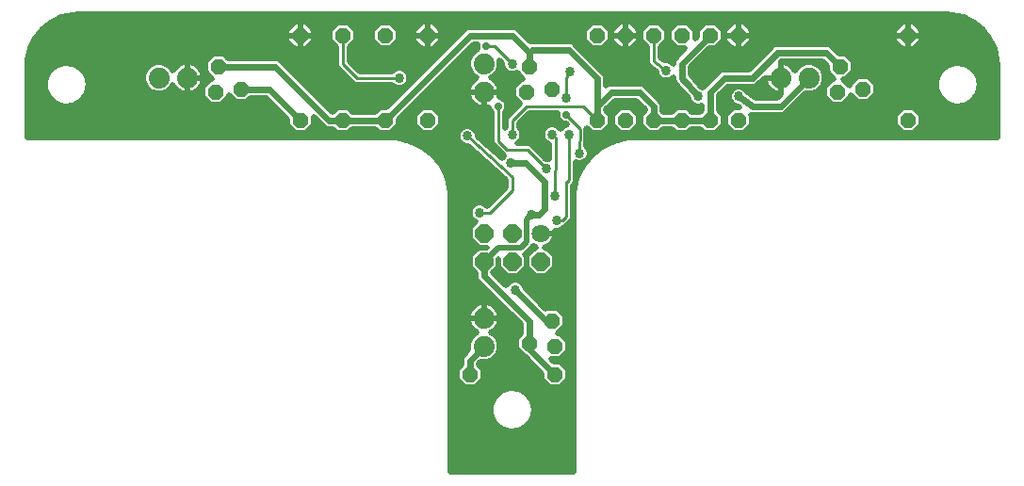
<source format=gbl>
G75*
%MOIN*%
%OFA0B0*%
%FSLAX25Y25*%
%IPPOS*%
%LPD*%
%AMOC8*
5,1,8,0,0,1.08239X$1,22.5*
%
%ADD10OC8,0.05600*%
%ADD11C,0.06400*%
%ADD12OC8,0.06400*%
%ADD13C,0.07400*%
%ADD14C,0.02400*%
%ADD15C,0.01000*%
%ADD16C,0.03378*%
%ADD17C,0.02000*%
%ADD18C,0.02787*%
D10*
X0167000Y0047000D03*
X0188000Y0058000D03*
X0197000Y0057000D03*
X0196000Y0066000D03*
X0197000Y0047000D03*
X0212000Y0137000D03*
X0222000Y0137000D03*
X0232000Y0137000D03*
X0242000Y0137000D03*
X0252000Y0137000D03*
X0262000Y0137000D03*
X0297000Y0147000D03*
X0306000Y0148000D03*
X0298000Y0156000D03*
X0322000Y0167000D03*
X0322000Y0137000D03*
X0262000Y0167000D03*
X0252000Y0167000D03*
X0242000Y0167000D03*
X0232000Y0167000D03*
X0222000Y0167000D03*
X0212000Y0167000D03*
X0188000Y0156000D03*
X0196000Y0148000D03*
X0187000Y0147000D03*
X0152000Y0137000D03*
X0137000Y0137000D03*
X0122000Y0137000D03*
X0107000Y0137000D03*
X0086000Y0148000D03*
X0077000Y0147000D03*
X0078000Y0156000D03*
X0107000Y0167000D03*
X0122000Y0167000D03*
X0137000Y0167000D03*
X0152000Y0167000D03*
D11*
X0192000Y0097000D03*
D12*
X0182000Y0097000D03*
X0172000Y0097000D03*
X0172000Y0087000D03*
X0182000Y0087000D03*
X0192000Y0087000D03*
D13*
X0172000Y0067000D03*
X0172000Y0057000D03*
X0172000Y0147000D03*
X0172000Y0157000D03*
X0067000Y0152000D03*
X0057000Y0152000D03*
X0277000Y0152000D03*
X0287000Y0152000D03*
D14*
X0277000Y0142000D01*
X0267000Y0142000D01*
X0262200Y0145400D01*
X0257000Y0152000D02*
X0252000Y0147000D01*
X0252000Y0137000D01*
X0242000Y0137000D01*
X0232000Y0137000D01*
X0232000Y0142000D01*
X0227000Y0147000D01*
X0217000Y0147000D01*
X0212000Y0142000D01*
X0212000Y0137000D01*
X0212000Y0152000D01*
X0202000Y0162000D01*
X0189000Y0162000D01*
X0188000Y0161000D01*
X0188000Y0156000D01*
X0188000Y0161000D02*
X0182000Y0167000D01*
X0167000Y0167000D01*
X0137000Y0137000D01*
X0122000Y0137000D01*
X0117000Y0137000D01*
X0098000Y0156000D01*
X0078000Y0156000D01*
X0086000Y0148000D02*
X0096000Y0148000D01*
X0107000Y0137000D01*
X0181552Y0122021D02*
X0186709Y0122021D01*
X0193419Y0115311D01*
X0193419Y0105616D01*
X0191303Y0103500D01*
X0188700Y0103500D01*
X0172000Y0087000D02*
X0172000Y0082000D01*
X0188000Y0066000D01*
X0188000Y0058000D01*
X0188000Y0056000D01*
X0197000Y0047000D01*
X0172000Y0057000D02*
X0167000Y0052000D01*
X0167000Y0047000D01*
X0194000Y0066000D02*
X0196000Y0066000D01*
X0194000Y0066000D02*
X0183000Y0077000D01*
X0247800Y0145400D02*
X0242000Y0152000D01*
X0242000Y0157000D01*
X0252000Y0167000D01*
X0267000Y0152000D02*
X0275900Y0160900D01*
X0293100Y0160900D01*
X0298000Y0156000D01*
X0267000Y0152000D02*
X0257000Y0152000D01*
D15*
X0236500Y0154611D02*
X0232000Y0158011D01*
X0232000Y0167000D01*
X0202500Y0154200D02*
X0201047Y0151947D01*
X0201047Y0145015D01*
X0207000Y0142000D02*
X0187000Y0142000D01*
X0182000Y0137000D01*
X0182000Y0132000D01*
X0177000Y0129700D02*
X0180000Y0126700D01*
X0187311Y0126700D01*
X0194119Y0119892D01*
X0192000Y0122011D01*
X0197108Y0119220D02*
X0197400Y0119512D01*
X0197400Y0130778D01*
X0196178Y0132000D01*
X0202000Y0132000D02*
X0202000Y0115966D01*
X0201855Y0115567D01*
X0201120Y0114833D01*
X0201120Y0102786D01*
X0199850Y0101515D01*
X0197797Y0101515D01*
X0197108Y0110100D02*
X0197108Y0119220D01*
X0201120Y0115086D02*
X0202000Y0115966D01*
X0205833Y0125362D02*
X0205933Y0133867D01*
X0201100Y0139000D01*
X0207000Y0142000D02*
X0212000Y0137000D01*
X0177000Y0142000D02*
X0177000Y0129700D01*
X0166100Y0131400D02*
X0182000Y0117000D01*
X0182000Y0112244D01*
X0174056Y0104300D01*
X0170400Y0104300D01*
X0142000Y0152000D02*
X0127000Y0152000D01*
X0122000Y0157000D01*
X0122000Y0167000D01*
X0172800Y0163300D02*
X0175700Y0163300D01*
X0182000Y0157000D01*
D16*
X0182000Y0157000D03*
X0202500Y0154200D03*
X0201047Y0145015D03*
X0202000Y0132000D03*
X0196178Y0132000D03*
X0205833Y0125362D03*
X0194119Y0119892D03*
X0181552Y0122021D03*
X0166100Y0131400D03*
X0182000Y0132000D03*
X0142000Y0152000D03*
X0197108Y0110100D03*
X0188700Y0103500D03*
X0197797Y0101515D03*
X0170400Y0104300D03*
X0183000Y0077000D03*
X0247800Y0145400D03*
X0262200Y0145400D03*
X0236500Y0154611D03*
D17*
X0203820Y0012660D02*
X0160180Y0012660D01*
X0160180Y0111704D01*
X0159102Y0116425D01*
X0157002Y0120788D01*
X0153983Y0124573D01*
X0153983Y0124573D01*
X0153983Y0124573D01*
X0150197Y0127592D01*
X0145835Y0129693D01*
X0145835Y0129693D01*
X0141114Y0130770D01*
X0010371Y0130770D01*
X0010371Y0156528D01*
X0010484Y0158530D01*
X0011375Y0162434D01*
X0013112Y0166042D01*
X0015609Y0169173D01*
X0018740Y0171670D01*
X0022348Y0173407D01*
X0026252Y0174298D01*
X0028254Y0174411D01*
X0335746Y0174411D01*
X0337748Y0174298D01*
X0341652Y0173407D01*
X0345260Y0171670D01*
X0348391Y0169173D01*
X0350888Y0166042D01*
X0352625Y0162434D01*
X0353516Y0158530D01*
X0353629Y0156528D01*
X0353629Y0130770D01*
X0222886Y0130770D01*
X0218165Y0129693D01*
X0213803Y0127592D01*
X0210017Y0124573D01*
X0206998Y0120788D01*
X0206998Y0120788D01*
X0204898Y0116425D01*
X0203820Y0111704D01*
X0203820Y0012660D01*
X0203820Y0012899D02*
X0160180Y0012899D01*
X0160180Y0014897D02*
X0203820Y0014897D01*
X0203820Y0016896D02*
X0160180Y0016896D01*
X0160180Y0018894D02*
X0203820Y0018894D01*
X0203820Y0020893D02*
X0160180Y0020893D01*
X0160180Y0022891D02*
X0203820Y0022891D01*
X0203820Y0024890D02*
X0160180Y0024890D01*
X0160180Y0026888D02*
X0180969Y0026888D01*
X0181194Y0026815D02*
X0181194Y0026815D01*
X0178146Y0027805D01*
X0178146Y0027805D01*
X0175765Y0029950D01*
X0175765Y0029950D01*
X0174461Y0032878D01*
X0174461Y0036083D01*
X0175765Y0039011D01*
X0178146Y0041155D01*
X0178146Y0041155D01*
X0178146Y0041155D01*
X0181194Y0042146D01*
X0181194Y0042146D01*
X0184382Y0041811D01*
X0184382Y0041811D01*
X0187157Y0040208D01*
X0187157Y0040208D01*
X0189041Y0037615D01*
X0189041Y0037615D01*
X0189707Y0034480D01*
X0189041Y0031345D01*
X0187157Y0028753D01*
X0187157Y0028753D01*
X0187157Y0028753D01*
X0184382Y0027150D01*
X0184382Y0027150D01*
X0181194Y0026815D01*
X0181892Y0026888D02*
X0203820Y0026888D01*
X0203820Y0028887D02*
X0187255Y0028887D01*
X0188707Y0030885D02*
X0203820Y0030885D01*
X0203820Y0032884D02*
X0189368Y0032884D01*
X0189041Y0031345D02*
X0189041Y0031345D01*
X0189622Y0034882D02*
X0203820Y0034882D01*
X0203820Y0036881D02*
X0189197Y0036881D01*
X0188123Y0038879D02*
X0203820Y0038879D01*
X0203820Y0040878D02*
X0185997Y0040878D01*
X0192400Y0045095D02*
X0195095Y0042400D01*
X0198905Y0042400D01*
X0201600Y0045095D01*
X0201600Y0048905D01*
X0198905Y0051600D01*
X0196643Y0051600D01*
X0195843Y0052400D01*
X0198905Y0052400D01*
X0201600Y0055095D01*
X0201600Y0058905D01*
X0198905Y0061600D01*
X0198105Y0061600D01*
X0200600Y0064095D01*
X0200600Y0067905D01*
X0197905Y0070600D01*
X0194095Y0070600D01*
X0193869Y0070374D01*
X0186447Y0077796D01*
X0185958Y0078976D01*
X0184976Y0079958D01*
X0183694Y0080489D01*
X0182306Y0080489D01*
X0181024Y0079958D01*
X0180042Y0078976D01*
X0179815Y0078428D01*
X0175157Y0083086D01*
X0177000Y0084929D01*
X0179929Y0082000D01*
X0184071Y0082000D01*
X0187000Y0084929D01*
X0189929Y0082000D01*
X0194071Y0082000D01*
X0197000Y0084929D01*
X0197000Y0089071D01*
X0194071Y0092000D01*
X0193439Y0092000D01*
X0193996Y0092181D01*
X0194725Y0092553D01*
X0195388Y0093034D01*
X0195966Y0093612D01*
X0196447Y0094275D01*
X0196819Y0095004D01*
X0197072Y0095782D01*
X0197200Y0096591D01*
X0197200Y0097000D01*
X0197200Y0097409D01*
X0197102Y0098027D01*
X0197103Y0098026D01*
X0198491Y0098026D01*
X0199773Y0098557D01*
X0200431Y0099215D01*
X0200802Y0099215D01*
X0202073Y0100486D01*
X0203420Y0101833D01*
X0203420Y0113759D01*
X0203690Y0113886D01*
X0203842Y0114302D01*
X0204155Y0114615D01*
X0204155Y0114868D01*
X0204300Y0115013D01*
X0204300Y0115560D01*
X0204487Y0116074D01*
X0204300Y0116476D01*
X0204300Y0122220D01*
X0205139Y0121873D01*
X0206527Y0121873D01*
X0207809Y0122404D01*
X0208791Y0123386D01*
X0209322Y0124668D01*
X0209322Y0126056D01*
X0208791Y0127338D01*
X0208164Y0127965D01*
X0208232Y0133819D01*
X0208245Y0134249D01*
X0210095Y0132400D01*
X0213905Y0132400D01*
X0216600Y0135095D01*
X0216600Y0138905D01*
X0215000Y0140505D01*
X0215000Y0140757D01*
X0218243Y0144000D01*
X0225757Y0144000D01*
X0229000Y0140757D01*
X0229000Y0140505D01*
X0227400Y0138905D01*
X0227400Y0135095D01*
X0230095Y0132400D01*
X0233905Y0132400D01*
X0235505Y0134000D01*
X0238495Y0134000D01*
X0240095Y0132400D01*
X0243905Y0132400D01*
X0245505Y0134000D01*
X0248495Y0134000D01*
X0250095Y0132400D01*
X0253905Y0132400D01*
X0256600Y0135095D01*
X0256600Y0138905D01*
X0255000Y0140505D01*
X0255000Y0145757D01*
X0258243Y0149000D01*
X0267597Y0149000D01*
X0268699Y0149457D01*
X0269543Y0150301D01*
X0271300Y0152057D01*
X0271300Y0152000D01*
X0277000Y0152000D01*
X0277000Y0152000D01*
X0277000Y0157700D01*
X0277449Y0157700D01*
X0278335Y0157560D01*
X0279188Y0157282D01*
X0279987Y0156875D01*
X0280713Y0156348D01*
X0281348Y0155713D01*
X0281875Y0154987D01*
X0282101Y0154544D01*
X0282337Y0155115D01*
X0283884Y0156663D01*
X0285906Y0157500D01*
X0288094Y0157500D01*
X0290115Y0156663D01*
X0291663Y0155115D01*
X0292500Y0153094D01*
X0292500Y0150906D01*
X0291663Y0148884D01*
X0290115Y0147337D01*
X0288094Y0146500D01*
X0285906Y0146500D01*
X0285790Y0146548D01*
X0279543Y0140301D01*
X0278699Y0139457D01*
X0277597Y0139000D01*
X0267254Y0139000D01*
X0266917Y0138942D01*
X0266663Y0139000D01*
X0266505Y0139000D01*
X0266600Y0138905D01*
X0266600Y0135095D01*
X0263905Y0132400D01*
X0260095Y0132400D01*
X0257400Y0135095D01*
X0257400Y0138905D01*
X0260095Y0141600D01*
X0262375Y0141600D01*
X0261935Y0141911D01*
X0261506Y0141911D01*
X0260224Y0142442D01*
X0259242Y0143424D01*
X0258711Y0144706D01*
X0258711Y0146094D01*
X0259242Y0147376D01*
X0260224Y0148358D01*
X0261506Y0148889D01*
X0262894Y0148889D01*
X0264176Y0148358D01*
X0265158Y0147376D01*
X0265389Y0146817D01*
X0267955Y0145000D01*
X0275757Y0145000D01*
X0277057Y0146300D01*
X0277000Y0146300D01*
X0277000Y0152000D01*
X0277000Y0157700D01*
X0276943Y0157700D01*
X0277143Y0157900D01*
X0291857Y0157900D01*
X0293400Y0156357D01*
X0293400Y0154095D01*
X0295895Y0151600D01*
X0295095Y0151600D01*
X0292400Y0148905D01*
X0292400Y0145095D01*
X0295095Y0142400D01*
X0298905Y0142400D01*
X0301600Y0145095D01*
X0301600Y0145895D01*
X0304095Y0143400D01*
X0307905Y0143400D01*
X0310600Y0146095D01*
X0310600Y0149905D01*
X0307905Y0152600D01*
X0304095Y0152600D01*
X0301400Y0149905D01*
X0301400Y0149105D01*
X0299105Y0151400D01*
X0299905Y0151400D01*
X0302600Y0154095D01*
X0302600Y0157905D01*
X0299905Y0160600D01*
X0297643Y0160600D01*
X0295643Y0162599D01*
X0295643Y0162599D01*
X0294799Y0163443D01*
X0293697Y0163900D01*
X0275303Y0163900D01*
X0274201Y0163443D01*
X0273357Y0162599D01*
X0265757Y0155000D01*
X0256403Y0155000D01*
X0255301Y0154543D01*
X0249457Y0148699D01*
X0249383Y0148521D01*
X0248861Y0148737D01*
X0245000Y0153131D01*
X0245000Y0155757D01*
X0251643Y0162400D01*
X0253905Y0162400D01*
X0256600Y0165095D01*
X0256600Y0168905D01*
X0253905Y0171600D01*
X0250095Y0171600D01*
X0247400Y0168905D01*
X0247400Y0166643D01*
X0246600Y0165843D01*
X0246600Y0168905D01*
X0243905Y0171600D01*
X0240095Y0171600D01*
X0237400Y0168905D01*
X0237400Y0165095D01*
X0240095Y0162400D01*
X0243157Y0162400D01*
X0239457Y0158699D01*
X0239000Y0157597D01*
X0239000Y0157045D01*
X0238476Y0157569D01*
X0237194Y0158100D01*
X0235806Y0158100D01*
X0235736Y0158071D01*
X0234300Y0159156D01*
X0234300Y0162795D01*
X0236600Y0165095D01*
X0236600Y0168905D01*
X0233905Y0171600D01*
X0230095Y0171600D01*
X0227400Y0168905D01*
X0227400Y0165095D01*
X0229700Y0162795D01*
X0229700Y0158782D01*
X0229591Y0158637D01*
X0229700Y0157852D01*
X0229700Y0157058D01*
X0229828Y0156930D01*
X0229853Y0156750D01*
X0230486Y0156272D01*
X0231047Y0155711D01*
X0231229Y0155711D01*
X0233011Y0154364D01*
X0233011Y0153917D01*
X0233542Y0152635D01*
X0234524Y0151653D01*
X0235806Y0151122D01*
X0237194Y0151122D01*
X0238476Y0151653D01*
X0239000Y0152177D01*
X0239000Y0152097D01*
X0238968Y0151598D01*
X0239000Y0151503D01*
X0239000Y0151403D01*
X0239191Y0150941D01*
X0239353Y0150468D01*
X0239419Y0150393D01*
X0239457Y0150301D01*
X0239810Y0149947D01*
X0244311Y0144826D01*
X0244311Y0144706D01*
X0244842Y0143424D01*
X0245824Y0142442D01*
X0247106Y0141911D01*
X0248494Y0141911D01*
X0249000Y0142121D01*
X0249000Y0140505D01*
X0248495Y0140000D01*
X0245505Y0140000D01*
X0243905Y0141600D01*
X0240095Y0141600D01*
X0238495Y0140000D01*
X0235505Y0140000D01*
X0235000Y0140505D01*
X0235000Y0142597D01*
X0234543Y0143699D01*
X0233699Y0144543D01*
X0228699Y0149543D01*
X0227597Y0150000D01*
X0216403Y0150000D01*
X0215301Y0149543D01*
X0215000Y0149243D01*
X0215000Y0152597D01*
X0214543Y0153699D01*
X0204543Y0163699D01*
X0204543Y0163699D01*
X0203699Y0164543D01*
X0202597Y0165000D01*
X0188403Y0165000D01*
X0188290Y0164953D01*
X0183699Y0169543D01*
X0182597Y0170000D01*
X0166403Y0170000D01*
X0165301Y0169543D01*
X0164457Y0168699D01*
X0137357Y0141600D01*
X0135095Y0141600D01*
X0133495Y0140000D01*
X0125505Y0140000D01*
X0123905Y0141600D01*
X0120095Y0141600D01*
X0118495Y0140000D01*
X0118243Y0140000D01*
X0099699Y0158543D01*
X0098597Y0159000D01*
X0081505Y0159000D01*
X0079905Y0160600D01*
X0076095Y0160600D01*
X0073400Y0157905D01*
X0073400Y0154095D01*
X0075895Y0151600D01*
X0075095Y0151600D01*
X0072400Y0148905D01*
X0072400Y0145095D01*
X0075095Y0142400D01*
X0078905Y0142400D01*
X0081600Y0145095D01*
X0081600Y0145895D01*
X0084095Y0143400D01*
X0087905Y0143400D01*
X0089505Y0145000D01*
X0094757Y0145000D01*
X0102400Y0137357D01*
X0102400Y0135095D01*
X0105095Y0132400D01*
X0108905Y0132400D01*
X0111600Y0135095D01*
X0111600Y0138157D01*
X0115301Y0134457D01*
X0116403Y0134000D01*
X0118495Y0134000D01*
X0120095Y0132400D01*
X0123905Y0132400D01*
X0125505Y0134000D01*
X0133495Y0134000D01*
X0135095Y0132400D01*
X0138905Y0132400D01*
X0141600Y0135095D01*
X0141600Y0137357D01*
X0168243Y0164000D01*
X0169633Y0164000D01*
X0169606Y0163935D01*
X0169606Y0162665D01*
X0169855Y0162065D01*
X0168884Y0161663D01*
X0167337Y0160115D01*
X0166500Y0158094D01*
X0166500Y0155906D01*
X0167337Y0153884D01*
X0168884Y0152337D01*
X0169456Y0152101D01*
X0169013Y0151875D01*
X0168287Y0151348D01*
X0167652Y0150713D01*
X0167125Y0149987D01*
X0166718Y0149188D01*
X0166440Y0148335D01*
X0166300Y0147449D01*
X0166300Y0147000D01*
X0172000Y0147000D01*
X0177700Y0147000D01*
X0177700Y0147449D01*
X0177560Y0148335D01*
X0177282Y0149188D01*
X0176875Y0149987D01*
X0176348Y0150713D01*
X0175713Y0151348D01*
X0174987Y0151875D01*
X0174544Y0152101D01*
X0175115Y0152337D01*
X0176663Y0153884D01*
X0177500Y0155906D01*
X0177500Y0158094D01*
X0177392Y0158356D01*
X0178511Y0157236D01*
X0178511Y0156306D01*
X0179042Y0155024D01*
X0180024Y0154042D01*
X0181306Y0153511D01*
X0182694Y0153511D01*
X0183606Y0153889D01*
X0185895Y0151600D01*
X0185095Y0151600D01*
X0182400Y0148905D01*
X0182400Y0145095D01*
X0184621Y0142874D01*
X0181047Y0139300D01*
X0179700Y0137953D01*
X0179700Y0134634D01*
X0179300Y0134234D01*
X0179300Y0139783D01*
X0179707Y0140191D01*
X0180194Y0141365D01*
X0180194Y0142635D01*
X0179707Y0143809D01*
X0178809Y0144707D01*
X0177635Y0145194D01*
X0177406Y0145194D01*
X0177560Y0145665D01*
X0177700Y0146551D01*
X0177700Y0147000D01*
X0172000Y0147000D01*
X0172000Y0147000D01*
X0172000Y0141300D01*
X0172449Y0141300D01*
X0173335Y0141440D01*
X0173806Y0141594D01*
X0173806Y0141365D01*
X0174293Y0140191D01*
X0174700Y0139783D01*
X0174700Y0128747D01*
X0176047Y0127400D01*
X0176047Y0127400D01*
X0177700Y0125747D01*
X0179022Y0124425D01*
X0178594Y0123997D01*
X0178351Y0123408D01*
X0169589Y0131343D01*
X0169589Y0132094D01*
X0169058Y0133376D01*
X0168076Y0134358D01*
X0166794Y0134889D01*
X0165406Y0134889D01*
X0164124Y0134358D01*
X0163142Y0133376D01*
X0162611Y0132094D01*
X0162611Y0130706D01*
X0163142Y0129424D01*
X0164124Y0128442D01*
X0165406Y0127911D01*
X0166526Y0127911D01*
X0179700Y0115980D01*
X0179700Y0113197D01*
X0173103Y0106600D01*
X0173034Y0106600D01*
X0172376Y0107258D01*
X0171094Y0107789D01*
X0169706Y0107789D01*
X0168424Y0107258D01*
X0167442Y0106276D01*
X0166911Y0104994D01*
X0166911Y0103606D01*
X0167442Y0102324D01*
X0168424Y0101342D01*
X0169023Y0101094D01*
X0167000Y0099071D01*
X0167000Y0094929D01*
X0169929Y0092000D01*
X0167000Y0089071D01*
X0167000Y0084929D01*
X0169000Y0082929D01*
X0169000Y0081403D01*
X0169457Y0080301D01*
X0185000Y0064757D01*
X0185000Y0061505D01*
X0183400Y0059905D01*
X0183400Y0056095D01*
X0186095Y0053400D01*
X0186357Y0053400D01*
X0192400Y0047357D01*
X0192400Y0045095D01*
X0192620Y0044875D02*
X0171380Y0044875D01*
X0171600Y0045095D02*
X0168905Y0042400D01*
X0165095Y0042400D01*
X0162400Y0045095D01*
X0162400Y0048905D01*
X0164000Y0050505D01*
X0164000Y0052597D01*
X0164457Y0053699D01*
X0165301Y0054543D01*
X0166548Y0055790D01*
X0166500Y0055906D01*
X0166500Y0058094D01*
X0167337Y0060115D01*
X0168884Y0061663D01*
X0169456Y0061899D01*
X0169013Y0062125D01*
X0168287Y0062652D01*
X0167652Y0063287D01*
X0167125Y0064013D01*
X0166718Y0064812D01*
X0166440Y0065665D01*
X0166300Y0066551D01*
X0166300Y0067000D01*
X0172000Y0067000D01*
X0172000Y0067000D01*
X0172000Y0072700D01*
X0172449Y0072700D01*
X0173335Y0072560D01*
X0174188Y0072282D01*
X0174987Y0071875D01*
X0175713Y0071348D01*
X0176348Y0070713D01*
X0176875Y0069987D01*
X0177282Y0069188D01*
X0177560Y0068335D01*
X0177700Y0067449D01*
X0177700Y0067000D01*
X0172000Y0067000D01*
X0172000Y0067000D01*
X0172000Y0067000D01*
X0172000Y0072700D01*
X0171551Y0072700D01*
X0170665Y0072560D01*
X0169812Y0072282D01*
X0169013Y0071875D01*
X0168287Y0071348D01*
X0167652Y0070713D01*
X0167125Y0069987D01*
X0166718Y0069188D01*
X0166440Y0068335D01*
X0166300Y0067449D01*
X0166300Y0067000D01*
X0172000Y0067000D01*
X0177700Y0067000D01*
X0177700Y0066551D01*
X0177560Y0065665D01*
X0177282Y0064812D01*
X0176875Y0064013D01*
X0176348Y0063287D01*
X0175713Y0062652D01*
X0174987Y0062125D01*
X0174544Y0061899D01*
X0175115Y0061663D01*
X0176663Y0060115D01*
X0177500Y0058094D01*
X0177500Y0055906D01*
X0176663Y0053884D01*
X0175115Y0052337D01*
X0173094Y0051500D01*
X0170906Y0051500D01*
X0170790Y0051548D01*
X0170000Y0050757D01*
X0170000Y0050505D01*
X0171600Y0048905D01*
X0171600Y0045095D01*
X0171600Y0046873D02*
X0192400Y0046873D01*
X0190885Y0048872D02*
X0171600Y0048872D01*
X0170113Y0050870D02*
X0188887Y0050870D01*
X0186888Y0052869D02*
X0175647Y0052869D01*
X0177070Y0054868D02*
X0184627Y0054868D01*
X0183400Y0056866D02*
X0177500Y0056866D01*
X0177181Y0058865D02*
X0183400Y0058865D01*
X0184358Y0060863D02*
X0175915Y0060863D01*
X0175923Y0062862D02*
X0185000Y0062862D01*
X0184897Y0064860D02*
X0177298Y0064860D01*
X0177700Y0066859D02*
X0182899Y0066859D01*
X0180900Y0068857D02*
X0177390Y0068857D01*
X0176205Y0070856D02*
X0178902Y0070856D01*
X0176903Y0072854D02*
X0160180Y0072854D01*
X0160180Y0070856D02*
X0167795Y0070856D01*
X0166610Y0068857D02*
X0160180Y0068857D01*
X0160180Y0066859D02*
X0166300Y0066859D01*
X0166702Y0064860D02*
X0160180Y0064860D01*
X0160180Y0062862D02*
X0168077Y0062862D01*
X0168085Y0060863D02*
X0160180Y0060863D01*
X0160180Y0058865D02*
X0166819Y0058865D01*
X0166500Y0056866D02*
X0160180Y0056866D01*
X0160180Y0054868D02*
X0165625Y0054868D01*
X0164113Y0052869D02*
X0160180Y0052869D01*
X0160180Y0050870D02*
X0164000Y0050870D01*
X0162400Y0048872D02*
X0160180Y0048872D01*
X0160180Y0046873D02*
X0162400Y0046873D01*
X0162620Y0044875D02*
X0160180Y0044875D01*
X0160180Y0042876D02*
X0164618Y0042876D01*
X0169382Y0042876D02*
X0194618Y0042876D01*
X0199382Y0042876D02*
X0203820Y0042876D01*
X0203820Y0044875D02*
X0201380Y0044875D01*
X0201600Y0046873D02*
X0203820Y0046873D01*
X0203820Y0048872D02*
X0201600Y0048872D01*
X0199635Y0050870D02*
X0203820Y0050870D01*
X0203820Y0052869D02*
X0199374Y0052869D01*
X0201373Y0054868D02*
X0203820Y0054868D01*
X0203820Y0056866D02*
X0201600Y0056866D01*
X0201600Y0058865D02*
X0203820Y0058865D01*
X0203820Y0060863D02*
X0199642Y0060863D01*
X0199367Y0062862D02*
X0203820Y0062862D01*
X0203820Y0064860D02*
X0200600Y0064860D01*
X0200600Y0066859D02*
X0203820Y0066859D01*
X0203820Y0068857D02*
X0199648Y0068857D01*
X0203820Y0070856D02*
X0193387Y0070856D01*
X0191389Y0072854D02*
X0203820Y0072854D01*
X0203820Y0074853D02*
X0189390Y0074853D01*
X0187391Y0076851D02*
X0203820Y0076851D01*
X0203820Y0078850D02*
X0186010Y0078850D01*
X0184918Y0082847D02*
X0189082Y0082847D01*
X0187084Y0084845D02*
X0186916Y0084845D01*
X0187000Y0084929D02*
X0187000Y0089071D01*
X0187000Y0084929D01*
X0187000Y0086844D02*
X0187000Y0086844D01*
X0187000Y0088842D02*
X0187000Y0088842D01*
X0187000Y0089071D02*
X0189929Y0092000D01*
X0190561Y0092000D01*
X0190004Y0092181D01*
X0189404Y0092487D01*
X0189374Y0092414D01*
X0188586Y0091626D01*
X0186586Y0089626D01*
X0186486Y0089585D01*
X0187000Y0089071D01*
X0187801Y0090841D02*
X0188770Y0090841D01*
X0187000Y0094000D02*
X0185000Y0092000D01*
X0177000Y0092000D01*
X0172000Y0087000D01*
X0177000Y0086844D02*
X0177000Y0086844D01*
X0177000Y0088040D02*
X0177000Y0084929D01*
X0177000Y0088040D01*
X0177000Y0088040D01*
X0176916Y0084845D02*
X0177084Y0084845D01*
X0175396Y0082847D02*
X0179082Y0082847D01*
X0177394Y0080848D02*
X0203820Y0080848D01*
X0203820Y0082847D02*
X0194918Y0082847D01*
X0196916Y0084845D02*
X0203820Y0084845D01*
X0203820Y0086844D02*
X0197000Y0086844D01*
X0197000Y0088842D02*
X0203820Y0088842D01*
X0203820Y0090841D02*
X0195230Y0090841D01*
X0195120Y0092839D02*
X0203820Y0092839D01*
X0203820Y0094838D02*
X0196734Y0094838D01*
X0197200Y0096836D02*
X0203820Y0096836D01*
X0203820Y0098835D02*
X0200051Y0098835D01*
X0202420Y0100833D02*
X0203820Y0100833D01*
X0203820Y0102832D02*
X0203420Y0102832D01*
X0203420Y0104830D02*
X0203820Y0104830D01*
X0203820Y0106829D02*
X0203420Y0106829D01*
X0203420Y0108827D02*
X0203820Y0108827D01*
X0203820Y0110826D02*
X0203420Y0110826D01*
X0203420Y0112824D02*
X0204076Y0112824D01*
X0204155Y0114823D02*
X0204532Y0114823D01*
X0204898Y0116425D02*
X0204898Y0116425D01*
X0205088Y0116821D02*
X0204300Y0116821D01*
X0204300Y0118820D02*
X0206051Y0118820D01*
X0207023Y0120818D02*
X0204300Y0120818D01*
X0208222Y0122817D02*
X0208617Y0122817D01*
X0209322Y0124815D02*
X0210321Y0124815D01*
X0210017Y0124573D02*
X0210017Y0124573D01*
X0210017Y0124573D01*
X0209008Y0126814D02*
X0212827Y0126814D01*
X0213803Y0127592D02*
X0213803Y0127592D01*
X0216337Y0128812D02*
X0208174Y0128812D01*
X0208197Y0130811D02*
X0353629Y0130811D01*
X0353629Y0132809D02*
X0324315Y0132809D01*
X0323905Y0132400D02*
X0326600Y0135095D01*
X0326600Y0138905D01*
X0323905Y0141600D01*
X0320095Y0141600D01*
X0317400Y0138905D01*
X0317400Y0135095D01*
X0320095Y0132400D01*
X0323905Y0132400D01*
X0326313Y0134808D02*
X0353629Y0134808D01*
X0353629Y0136806D02*
X0326600Y0136806D01*
X0326600Y0138805D02*
X0353629Y0138805D01*
X0353629Y0140803D02*
X0324702Y0140803D01*
X0319298Y0140803D02*
X0280046Y0140803D01*
X0282045Y0142802D02*
X0294693Y0142802D01*
X0292694Y0144801D02*
X0284043Y0144801D01*
X0277000Y0146300D02*
X0277000Y0152000D01*
X0277000Y0152000D01*
X0277000Y0152000D01*
X0271300Y0152000D01*
X0271300Y0151551D01*
X0271440Y0150665D01*
X0271718Y0149812D01*
X0272125Y0149013D01*
X0272652Y0148287D01*
X0273287Y0147652D01*
X0274013Y0147125D01*
X0274812Y0146718D01*
X0275665Y0146440D01*
X0276551Y0146300D01*
X0277000Y0146300D01*
X0277000Y0146799D02*
X0277000Y0146799D01*
X0277000Y0148798D02*
X0277000Y0148798D01*
X0277000Y0150796D02*
X0277000Y0150796D01*
X0277000Y0152795D02*
X0277000Y0152795D01*
X0277000Y0154793D02*
X0277000Y0154793D01*
X0277000Y0156792D02*
X0277000Y0156792D01*
X0280102Y0156792D02*
X0284196Y0156792D01*
X0282204Y0154793D02*
X0281974Y0154793D01*
X0289804Y0156792D02*
X0292966Y0156792D01*
X0293400Y0154793D02*
X0291796Y0154793D01*
X0292500Y0152795D02*
X0294700Y0152795D01*
X0294291Y0150796D02*
X0292454Y0150796D01*
X0292400Y0148798D02*
X0291576Y0148798D01*
X0292400Y0146799D02*
X0288816Y0146799D01*
X0299307Y0142802D02*
X0336324Y0142802D01*
X0335829Y0142963D02*
X0338877Y0141973D01*
X0342065Y0142308D01*
X0344840Y0143910D01*
X0344840Y0143910D01*
X0346724Y0146503D01*
X0347390Y0149638D01*
X0346724Y0152773D01*
X0344840Y0155366D01*
X0342065Y0156968D01*
X0342065Y0156968D01*
X0338877Y0157303D01*
X0335829Y0156313D01*
X0333447Y0154168D01*
X0332144Y0151240D01*
X0332144Y0148035D01*
X0333447Y0145107D01*
X0335829Y0142963D01*
X0335829Y0142963D01*
X0333788Y0144801D02*
X0309306Y0144801D01*
X0310600Y0146799D02*
X0332694Y0146799D01*
X0333447Y0145107D02*
X0333447Y0145107D01*
X0338877Y0141973D02*
X0338877Y0141973D01*
X0342065Y0142308D02*
X0342065Y0142308D01*
X0342921Y0142802D02*
X0353629Y0142802D01*
X0353629Y0144801D02*
X0345487Y0144801D01*
X0344840Y0143910D02*
X0344840Y0143910D01*
X0346724Y0146503D02*
X0346724Y0146503D01*
X0346787Y0146799D02*
X0353629Y0146799D01*
X0353629Y0148798D02*
X0347212Y0148798D01*
X0347144Y0150796D02*
X0353629Y0150796D01*
X0353629Y0152795D02*
X0346708Y0152795D01*
X0346724Y0152773D02*
X0346724Y0152773D01*
X0345256Y0154793D02*
X0353629Y0154793D01*
X0353614Y0156792D02*
X0342370Y0156792D01*
X0344840Y0155366D02*
X0344840Y0155366D01*
X0344840Y0155366D01*
X0338877Y0157303D02*
X0338877Y0157303D01*
X0337303Y0156792D02*
X0302600Y0156792D01*
X0302600Y0154793D02*
X0334141Y0154793D01*
X0333447Y0154168D02*
X0333447Y0154168D01*
X0332836Y0152795D02*
X0301300Y0152795D01*
X0302291Y0150796D02*
X0299709Y0150796D01*
X0309709Y0150796D02*
X0332144Y0150796D01*
X0332144Y0148798D02*
X0310600Y0148798D01*
X0302694Y0144801D02*
X0301306Y0144801D01*
X0317400Y0138805D02*
X0266600Y0138805D01*
X0266600Y0136806D02*
X0317400Y0136806D01*
X0317687Y0134808D02*
X0266313Y0134808D01*
X0264315Y0132809D02*
X0319685Y0132809D01*
X0335829Y0156313D02*
X0335829Y0156313D01*
X0326800Y0165012D02*
X0323988Y0162200D01*
X0322000Y0162200D01*
X0322000Y0167000D01*
X0322000Y0167000D01*
X0322000Y0171800D01*
X0323988Y0171800D01*
X0326800Y0168988D01*
X0326800Y0167000D01*
X0322000Y0167000D01*
X0322000Y0167000D01*
X0322000Y0167000D01*
X0317200Y0167000D01*
X0317200Y0168988D01*
X0320012Y0171800D01*
X0322000Y0171800D01*
X0322000Y0167000D01*
X0326800Y0167000D01*
X0326800Y0165012D01*
X0326574Y0164786D02*
X0351493Y0164786D01*
X0350888Y0166042D02*
X0350888Y0166042D01*
X0350296Y0166784D02*
X0326800Y0166784D01*
X0322000Y0166784D02*
X0322000Y0166784D01*
X0322000Y0167000D02*
X0322000Y0167000D01*
X0317200Y0167000D01*
X0317200Y0165012D01*
X0320012Y0162200D01*
X0322000Y0162200D01*
X0322000Y0167000D01*
X0322000Y0168783D02*
X0322000Y0168783D01*
X0322000Y0170781D02*
X0322000Y0170781D01*
X0325007Y0170781D02*
X0346374Y0170781D01*
X0348702Y0168783D02*
X0326800Y0168783D01*
X0318993Y0170781D02*
X0265007Y0170781D01*
X0263988Y0171800D02*
X0262000Y0171800D01*
X0262000Y0167000D01*
X0262000Y0167000D01*
X0266800Y0167000D01*
X0266800Y0168988D01*
X0263988Y0171800D01*
X0262000Y0171800D02*
X0260012Y0171800D01*
X0257200Y0168988D01*
X0257200Y0167000D01*
X0262000Y0167000D01*
X0262000Y0167000D01*
X0262000Y0167000D01*
X0262000Y0171800D01*
X0262000Y0170781D02*
X0262000Y0170781D01*
X0262000Y0168783D02*
X0262000Y0168783D01*
X0262000Y0167000D02*
X0257200Y0167000D01*
X0257200Y0165012D01*
X0260012Y0162200D01*
X0262000Y0162200D01*
X0263988Y0162200D01*
X0266800Y0165012D01*
X0266800Y0167000D01*
X0262000Y0167000D01*
X0262000Y0162200D01*
X0262000Y0167000D01*
X0262000Y0167000D01*
X0262000Y0166784D02*
X0262000Y0166784D01*
X0262000Y0164786D02*
X0262000Y0164786D01*
X0262000Y0162787D02*
X0262000Y0162787D01*
X0264575Y0162787D02*
X0273544Y0162787D01*
X0273357Y0162599D02*
X0273357Y0162599D01*
X0271546Y0160789D02*
X0250031Y0160789D01*
X0248033Y0158790D02*
X0269547Y0158790D01*
X0267549Y0156792D02*
X0246034Y0156792D01*
X0245000Y0154793D02*
X0255904Y0154793D01*
X0253552Y0152795D02*
X0245296Y0152795D01*
X0247052Y0150796D02*
X0251553Y0150796D01*
X0249555Y0148798D02*
X0248808Y0148798D01*
X0244311Y0144801D02*
X0233442Y0144801D01*
X0233699Y0144543D02*
X0233699Y0144543D01*
X0234915Y0142802D02*
X0245464Y0142802D01*
X0244702Y0140803D02*
X0249000Y0140803D01*
X0255000Y0140803D02*
X0259298Y0140803D01*
X0259864Y0142802D02*
X0255000Y0142802D01*
X0255000Y0144801D02*
X0258711Y0144801D01*
X0259003Y0146799D02*
X0256042Y0146799D01*
X0258040Y0148798D02*
X0261285Y0148798D01*
X0263115Y0148798D02*
X0272281Y0148798D01*
X0271420Y0150796D02*
X0270039Y0150796D01*
X0269543Y0150301D02*
X0269543Y0150301D01*
X0265415Y0146799D02*
X0274652Y0146799D01*
X0257400Y0138805D02*
X0256600Y0138805D01*
X0256600Y0136806D02*
X0257400Y0136806D01*
X0257687Y0134808D02*
X0256313Y0134808D01*
X0254315Y0132809D02*
X0259685Y0132809D01*
X0249685Y0132809D02*
X0244315Y0132809D01*
X0239685Y0132809D02*
X0234315Y0132809D01*
X0229685Y0132809D02*
X0224315Y0132809D01*
X0223905Y0132400D02*
X0226600Y0135095D01*
X0226600Y0138905D01*
X0223905Y0141600D01*
X0220095Y0141600D01*
X0217400Y0138905D01*
X0217400Y0135095D01*
X0220095Y0132400D01*
X0223905Y0132400D01*
X0226313Y0134808D02*
X0227687Y0134808D01*
X0227400Y0136806D02*
X0226600Y0136806D01*
X0226600Y0138805D02*
X0227400Y0138805D01*
X0228954Y0140803D02*
X0224702Y0140803D01*
X0226955Y0142802D02*
X0217045Y0142802D01*
X0215046Y0140803D02*
X0219298Y0140803D01*
X0217400Y0138805D02*
X0216600Y0138805D01*
X0216600Y0136806D02*
X0217400Y0136806D01*
X0217687Y0134808D02*
X0216313Y0134808D01*
X0214315Y0132809D02*
X0219685Y0132809D01*
X0218165Y0129693D02*
X0218165Y0129693D01*
X0209685Y0132809D02*
X0208220Y0132809D01*
X0201263Y0135471D02*
X0200948Y0135806D01*
X0200465Y0135806D01*
X0199291Y0136293D01*
X0198393Y0137191D01*
X0197906Y0138365D01*
X0197906Y0139635D01*
X0197933Y0139700D01*
X0187953Y0139700D01*
X0184300Y0136047D01*
X0184300Y0134634D01*
X0184958Y0133976D01*
X0185489Y0132694D01*
X0185489Y0131306D01*
X0184958Y0130024D01*
X0183976Y0129042D01*
X0183874Y0129000D01*
X0188264Y0129000D01*
X0192953Y0124311D01*
X0192953Y0124311D01*
X0193883Y0123381D01*
X0194813Y0123381D01*
X0195100Y0123262D01*
X0195100Y0128670D01*
X0194202Y0129042D01*
X0193220Y0130024D01*
X0192689Y0131306D01*
X0192689Y0132694D01*
X0193220Y0133976D01*
X0194202Y0134958D01*
X0195484Y0135489D01*
X0196872Y0135489D01*
X0198154Y0134958D01*
X0199089Y0134023D01*
X0200024Y0134958D01*
X0201263Y0135471D01*
X0199874Y0134808D02*
X0198304Y0134808D01*
X0198777Y0136806D02*
X0185059Y0136806D01*
X0184300Y0134808D02*
X0194052Y0134808D01*
X0192737Y0132809D02*
X0185441Y0132809D01*
X0185284Y0130811D02*
X0192894Y0130811D01*
X0194756Y0128812D02*
X0188451Y0128812D01*
X0190450Y0126814D02*
X0195100Y0126814D01*
X0195100Y0124815D02*
X0192448Y0124815D01*
X0178632Y0124815D02*
X0176797Y0124815D01*
X0177700Y0125747D02*
X0177700Y0125747D01*
X0176633Y0126814D02*
X0174590Y0126814D01*
X0174700Y0128812D02*
X0172383Y0128812D01*
X0170177Y0130811D02*
X0174700Y0130811D01*
X0174700Y0132809D02*
X0169293Y0132809D01*
X0166990Y0134808D02*
X0174700Y0134808D01*
X0174700Y0136806D02*
X0156600Y0136806D01*
X0156600Y0135095D02*
X0153905Y0132400D01*
X0150095Y0132400D01*
X0147400Y0135095D01*
X0147400Y0138905D01*
X0150095Y0141600D01*
X0153905Y0141600D01*
X0156600Y0138905D01*
X0156600Y0135095D01*
X0156313Y0134808D02*
X0165210Y0134808D01*
X0162907Y0132809D02*
X0154315Y0132809D01*
X0149685Y0132809D02*
X0139315Y0132809D01*
X0141313Y0134808D02*
X0147687Y0134808D01*
X0147400Y0136806D02*
X0141600Y0136806D01*
X0143048Y0138805D02*
X0147400Y0138805D01*
X0149298Y0140803D02*
X0145046Y0140803D01*
X0147045Y0142802D02*
X0168137Y0142802D01*
X0168287Y0142652D02*
X0169013Y0142125D01*
X0169812Y0141718D01*
X0170665Y0141440D01*
X0171551Y0141300D01*
X0172000Y0141300D01*
X0172000Y0147000D01*
X0172000Y0147000D01*
X0172000Y0147000D01*
X0166300Y0147000D01*
X0166300Y0146551D01*
X0166440Y0145665D01*
X0166718Y0144812D01*
X0167125Y0144013D01*
X0167652Y0143287D01*
X0168287Y0142652D01*
X0166723Y0144801D02*
X0149043Y0144801D01*
X0151042Y0146799D02*
X0166300Y0146799D01*
X0166591Y0148798D02*
X0153040Y0148798D01*
X0155039Y0150796D02*
X0167735Y0150796D01*
X0168427Y0152795D02*
X0157037Y0152795D01*
X0159036Y0154793D02*
X0166961Y0154793D01*
X0166500Y0156792D02*
X0161034Y0156792D01*
X0163033Y0158790D02*
X0166788Y0158790D01*
X0168010Y0160789D02*
X0165031Y0160789D01*
X0167030Y0162787D02*
X0169606Y0162787D01*
X0162541Y0166784D02*
X0156800Y0166784D01*
X0156800Y0167000D02*
X0156800Y0165012D01*
X0153988Y0162200D01*
X0152000Y0162200D01*
X0152000Y0167000D01*
X0152000Y0167000D01*
X0152000Y0171800D01*
X0153988Y0171800D01*
X0156800Y0168988D01*
X0156800Y0167000D01*
X0152000Y0167000D01*
X0152000Y0167000D01*
X0152000Y0167000D01*
X0147200Y0167000D01*
X0147200Y0168988D01*
X0150012Y0171800D01*
X0152000Y0171800D01*
X0152000Y0167000D01*
X0156800Y0167000D01*
X0156800Y0168783D02*
X0164540Y0168783D01*
X0155007Y0170781D02*
X0209276Y0170781D01*
X0210095Y0171600D02*
X0207400Y0168905D01*
X0207400Y0165095D01*
X0210095Y0162400D01*
X0213905Y0162400D01*
X0216600Y0165095D01*
X0216600Y0168905D01*
X0213905Y0171600D01*
X0210095Y0171600D01*
X0207400Y0168783D02*
X0184460Y0168783D01*
X0186458Y0166784D02*
X0207400Y0166784D01*
X0207709Y0164786D02*
X0203114Y0164786D01*
X0205456Y0162787D02*
X0209707Y0162787D01*
X0207454Y0160789D02*
X0229700Y0160789D01*
X0229700Y0162787D02*
X0224575Y0162787D01*
X0223988Y0162200D02*
X0226800Y0165012D01*
X0226800Y0167000D01*
X0226800Y0168988D01*
X0223988Y0171800D01*
X0222000Y0171800D01*
X0222000Y0167000D01*
X0222000Y0167000D01*
X0226800Y0167000D01*
X0222000Y0167000D01*
X0222000Y0167000D01*
X0222000Y0167000D01*
X0217200Y0167000D01*
X0217200Y0168988D01*
X0220012Y0171800D01*
X0222000Y0171800D01*
X0222000Y0167000D01*
X0222000Y0162200D01*
X0223988Y0162200D01*
X0222000Y0162200D02*
X0222000Y0167000D01*
X0222000Y0167000D01*
X0217200Y0167000D01*
X0217200Y0165012D01*
X0220012Y0162200D01*
X0222000Y0162200D01*
X0222000Y0162787D02*
X0222000Y0162787D01*
X0222000Y0164786D02*
X0222000Y0164786D01*
X0222000Y0166784D02*
X0222000Y0166784D01*
X0226800Y0166784D02*
X0227400Y0166784D01*
X0227709Y0164786D02*
X0226574Y0164786D01*
X0219425Y0162787D02*
X0214292Y0162787D01*
X0216291Y0164786D02*
X0217426Y0164786D01*
X0217200Y0166784D02*
X0216600Y0166784D01*
X0216600Y0168783D02*
X0217200Y0168783D01*
X0218993Y0170781D02*
X0214724Y0170781D01*
X0222000Y0170781D02*
X0222000Y0170781D01*
X0222000Y0168783D02*
X0222000Y0168783D01*
X0225007Y0170781D02*
X0229276Y0170781D01*
X0227400Y0168783D02*
X0226800Y0168783D01*
X0234724Y0170781D02*
X0239276Y0170781D01*
X0237400Y0168783D02*
X0236600Y0168783D01*
X0236600Y0166784D02*
X0237400Y0166784D01*
X0237709Y0164786D02*
X0236291Y0164786D01*
X0234300Y0162787D02*
X0239707Y0162787D01*
X0241546Y0160789D02*
X0234300Y0160789D01*
X0234784Y0158790D02*
X0239547Y0158790D01*
X0232444Y0154793D02*
X0213450Y0154793D01*
X0214918Y0152795D02*
X0233476Y0152795D01*
X0239241Y0150796D02*
X0215000Y0150796D01*
X0211451Y0156792D02*
X0229848Y0156792D01*
X0229700Y0158790D02*
X0209453Y0158790D01*
X0229445Y0148798D02*
X0240820Y0148798D01*
X0242577Y0146799D02*
X0231444Y0146799D01*
X0235000Y0140803D02*
X0239298Y0140803D01*
X0254292Y0162787D02*
X0259425Y0162787D01*
X0257426Y0164786D02*
X0256291Y0164786D01*
X0256600Y0166784D02*
X0257200Y0166784D01*
X0257200Y0168783D02*
X0256600Y0168783D01*
X0254724Y0170781D02*
X0258993Y0170781D01*
X0266800Y0168783D02*
X0317200Y0168783D01*
X0317200Y0166784D02*
X0266800Y0166784D01*
X0266574Y0164786D02*
X0317426Y0164786D01*
X0319425Y0162787D02*
X0295456Y0162787D01*
X0297454Y0160789D02*
X0353001Y0160789D01*
X0353457Y0158790D02*
X0301715Y0158790D01*
X0322000Y0162787D02*
X0322000Y0162787D01*
X0322000Y0164786D02*
X0322000Y0164786D01*
X0324575Y0162787D02*
X0352455Y0162787D01*
X0342955Y0172780D02*
X0021045Y0172780D01*
X0017626Y0170781D02*
X0103993Y0170781D01*
X0105012Y0171800D02*
X0102200Y0168988D01*
X0102200Y0167000D01*
X0107000Y0167000D01*
X0107000Y0167000D01*
X0107000Y0171800D01*
X0108988Y0171800D01*
X0111800Y0168988D01*
X0111800Y0167000D01*
X0107000Y0167000D01*
X0107000Y0167000D01*
X0107000Y0167000D01*
X0107000Y0171800D01*
X0105012Y0171800D01*
X0107000Y0170781D02*
X0107000Y0170781D01*
X0107000Y0168783D02*
X0107000Y0168783D01*
X0107000Y0167000D02*
X0102200Y0167000D01*
X0102200Y0165012D01*
X0105012Y0162200D01*
X0107000Y0162200D01*
X0108988Y0162200D01*
X0111800Y0165012D01*
X0111800Y0167000D01*
X0107000Y0167000D01*
X0107000Y0162200D01*
X0107000Y0167000D01*
X0107000Y0167000D01*
X0107000Y0166784D02*
X0107000Y0166784D01*
X0107000Y0164786D02*
X0107000Y0164786D01*
X0107000Y0162787D02*
X0107000Y0162787D01*
X0109575Y0162787D02*
X0119700Y0162787D01*
X0119700Y0162795D02*
X0119700Y0156047D01*
X0121047Y0154700D01*
X0126047Y0149700D01*
X0139366Y0149700D01*
X0140024Y0149042D01*
X0141306Y0148511D01*
X0142694Y0148511D01*
X0143976Y0149042D01*
X0144958Y0150024D01*
X0145489Y0151306D01*
X0145489Y0152694D01*
X0144958Y0153976D01*
X0143976Y0154958D01*
X0142694Y0155489D01*
X0141306Y0155489D01*
X0140024Y0154958D01*
X0139366Y0154300D01*
X0127953Y0154300D01*
X0124300Y0157953D01*
X0124300Y0162795D01*
X0126600Y0165095D01*
X0126600Y0168905D01*
X0123905Y0171600D01*
X0120095Y0171600D01*
X0117400Y0168905D01*
X0117400Y0165095D01*
X0119700Y0162795D01*
X0119700Y0160789D02*
X0010999Y0160789D01*
X0010543Y0158790D02*
X0074285Y0158790D01*
X0073400Y0156792D02*
X0070102Y0156792D01*
X0069987Y0156875D02*
X0069188Y0157282D01*
X0068335Y0157560D01*
X0067449Y0157700D01*
X0067000Y0157700D01*
X0067000Y0152000D01*
X0072700Y0152000D01*
X0072700Y0152449D01*
X0072560Y0153335D01*
X0072282Y0154188D01*
X0071875Y0154987D01*
X0071348Y0155713D01*
X0070713Y0156348D01*
X0069987Y0156875D01*
X0071974Y0154793D02*
X0073400Y0154793D01*
X0072645Y0152795D02*
X0074700Y0152795D01*
X0074291Y0150796D02*
X0072580Y0150796D01*
X0072560Y0150665D02*
X0072700Y0151551D01*
X0072700Y0152000D01*
X0067000Y0152000D01*
X0067000Y0152000D01*
X0067000Y0152000D01*
X0067000Y0146300D01*
X0067449Y0146300D01*
X0068335Y0146440D01*
X0069188Y0146718D01*
X0069987Y0147125D01*
X0070713Y0147652D01*
X0071348Y0148287D01*
X0071875Y0149013D01*
X0072282Y0149812D01*
X0072560Y0150665D01*
X0072400Y0148798D02*
X0071719Y0148798D01*
X0072400Y0146799D02*
X0069348Y0146799D01*
X0067000Y0146799D02*
X0067000Y0146799D01*
X0067000Y0146300D02*
X0067000Y0152000D01*
X0067000Y0152000D01*
X0067000Y0157700D01*
X0066551Y0157700D01*
X0065665Y0157560D01*
X0064812Y0157282D01*
X0064013Y0156875D01*
X0063287Y0156348D01*
X0062652Y0155713D01*
X0062125Y0154987D01*
X0061899Y0154544D01*
X0061663Y0155115D01*
X0060115Y0156663D01*
X0058094Y0157500D01*
X0055906Y0157500D01*
X0053884Y0156663D01*
X0052337Y0155115D01*
X0051500Y0153094D01*
X0051500Y0150906D01*
X0052337Y0148884D01*
X0053884Y0147337D01*
X0055906Y0146500D01*
X0058094Y0146500D01*
X0060115Y0147337D01*
X0061663Y0148884D01*
X0061899Y0149456D01*
X0062125Y0149013D01*
X0062652Y0148287D01*
X0063287Y0147652D01*
X0064013Y0147125D01*
X0064812Y0146718D01*
X0065665Y0146440D01*
X0066551Y0146300D01*
X0067000Y0146300D01*
X0064652Y0146799D02*
X0058816Y0146799D01*
X0061576Y0148798D02*
X0062281Y0148798D01*
X0067000Y0148798D02*
X0067000Y0148798D01*
X0067000Y0150796D02*
X0067000Y0150796D01*
X0067000Y0152795D02*
X0067000Y0152795D01*
X0067000Y0154793D02*
X0067000Y0154793D01*
X0067000Y0156792D02*
X0067000Y0156792D01*
X0063898Y0156792D02*
X0059804Y0156792D01*
X0061796Y0154793D02*
X0062026Y0154793D01*
X0054196Y0156792D02*
X0027005Y0156792D01*
X0026699Y0156968D02*
X0026699Y0156968D01*
X0029474Y0155366D01*
X0029474Y0155366D01*
X0029474Y0155366D01*
X0031358Y0152773D01*
X0032025Y0149638D01*
X0032025Y0149638D01*
X0031358Y0146503D01*
X0029474Y0143910D01*
X0029474Y0143910D01*
X0026699Y0142308D01*
X0023512Y0141973D01*
X0023512Y0141973D01*
X0020463Y0142963D01*
X0020463Y0142963D01*
X0018082Y0145107D01*
X0018082Y0145107D01*
X0018082Y0145107D01*
X0016778Y0148035D01*
X0016778Y0151240D01*
X0018082Y0154168D01*
X0018082Y0154168D01*
X0020463Y0156313D01*
X0020463Y0156313D01*
X0023512Y0157303D01*
X0023512Y0157303D01*
X0026699Y0156968D01*
X0029890Y0154793D02*
X0052204Y0154793D01*
X0051500Y0152795D02*
X0031342Y0152795D01*
X0031358Y0152773D02*
X0031358Y0152773D01*
X0031778Y0150796D02*
X0051546Y0150796D01*
X0052424Y0148798D02*
X0031846Y0148798D01*
X0031421Y0146799D02*
X0055184Y0146799D01*
X0072694Y0144801D02*
X0030121Y0144801D01*
X0027555Y0142802D02*
X0074693Y0142802D01*
X0079307Y0142802D02*
X0096955Y0142802D01*
X0094957Y0144801D02*
X0089306Y0144801D01*
X0082694Y0144801D02*
X0081306Y0144801D01*
X0098954Y0140803D02*
X0010371Y0140803D01*
X0010371Y0138805D02*
X0100952Y0138805D01*
X0102400Y0136806D02*
X0010371Y0136806D01*
X0010371Y0134808D02*
X0102687Y0134808D01*
X0104685Y0132809D02*
X0010371Y0132809D01*
X0010371Y0130811D02*
X0162611Y0130811D01*
X0163753Y0128812D02*
X0147663Y0128812D01*
X0150197Y0127592D02*
X0150197Y0127592D01*
X0151173Y0126814D02*
X0167737Y0126814D01*
X0169944Y0124815D02*
X0153679Y0124815D01*
X0155383Y0122817D02*
X0172151Y0122817D01*
X0174358Y0120818D02*
X0156977Y0120818D01*
X0157002Y0120788D02*
X0157002Y0120788D01*
X0157949Y0118820D02*
X0176564Y0118820D01*
X0178771Y0116821D02*
X0158912Y0116821D01*
X0159102Y0116425D02*
X0159102Y0116425D01*
X0159468Y0114823D02*
X0179700Y0114823D01*
X0179328Y0112824D02*
X0159924Y0112824D01*
X0160180Y0110826D02*
X0177329Y0110826D01*
X0175331Y0108827D02*
X0160180Y0108827D01*
X0160180Y0106829D02*
X0167995Y0106829D01*
X0166911Y0104830D02*
X0160180Y0104830D01*
X0160180Y0102832D02*
X0167232Y0102832D01*
X0168762Y0100833D02*
X0160180Y0100833D01*
X0160180Y0098835D02*
X0167000Y0098835D01*
X0167000Y0096836D02*
X0160180Y0096836D01*
X0160180Y0094838D02*
X0167091Y0094838D01*
X0169090Y0092839D02*
X0160180Y0092839D01*
X0160180Y0090841D02*
X0168770Y0090841D01*
X0169929Y0092000D02*
X0173040Y0092000D01*
X0173040Y0092000D01*
X0169929Y0092000D01*
X0167000Y0088842D02*
X0160180Y0088842D01*
X0160180Y0086844D02*
X0167000Y0086844D01*
X0167084Y0084845D02*
X0160180Y0084845D01*
X0160180Y0082847D02*
X0169000Y0082847D01*
X0169230Y0080848D02*
X0160180Y0080848D01*
X0160180Y0078850D02*
X0170908Y0078850D01*
X0172906Y0076851D02*
X0160180Y0076851D01*
X0160180Y0074853D02*
X0174905Y0074853D01*
X0172000Y0070856D02*
X0172000Y0070856D01*
X0172000Y0068857D02*
X0172000Y0068857D01*
X0179393Y0078850D02*
X0179990Y0078850D01*
X0187000Y0094000D02*
X0187000Y0101800D01*
X0188700Y0103500D01*
X0192000Y0097000D02*
X0197200Y0097000D01*
X0192000Y0097000D01*
X0192000Y0097000D01*
X0173332Y0106829D02*
X0172805Y0106829D01*
X0134685Y0132809D02*
X0124315Y0132809D01*
X0119685Y0132809D02*
X0109315Y0132809D01*
X0111313Y0134808D02*
X0114949Y0134808D01*
X0112951Y0136806D02*
X0111600Y0136806D01*
X0117439Y0140803D02*
X0119298Y0140803D01*
X0115441Y0142802D02*
X0138559Y0142802D01*
X0140558Y0144801D02*
X0113442Y0144801D01*
X0111444Y0146799D02*
X0142556Y0146799D01*
X0143386Y0148798D02*
X0144555Y0148798D01*
X0145278Y0150796D02*
X0146553Y0150796D01*
X0145447Y0152795D02*
X0148552Y0152795D01*
X0150550Y0154793D02*
X0144141Y0154793D01*
X0139859Y0154793D02*
X0127460Y0154793D01*
X0125461Y0156792D02*
X0152549Y0156792D01*
X0154547Y0158790D02*
X0124300Y0158790D01*
X0124300Y0160789D02*
X0156546Y0160789D01*
X0154575Y0162787D02*
X0158544Y0162787D01*
X0156574Y0164786D02*
X0160543Y0164786D01*
X0152000Y0164786D02*
X0152000Y0164786D01*
X0152000Y0166784D02*
X0152000Y0166784D01*
X0152000Y0167000D02*
X0152000Y0167000D01*
X0147200Y0167000D01*
X0147200Y0165012D01*
X0150012Y0162200D01*
X0152000Y0162200D01*
X0152000Y0167000D01*
X0152000Y0168783D02*
X0152000Y0168783D01*
X0152000Y0170781D02*
X0152000Y0170781D01*
X0148993Y0170781D02*
X0139724Y0170781D01*
X0138905Y0171600D02*
X0135095Y0171600D01*
X0132400Y0168905D01*
X0132400Y0165095D01*
X0135095Y0162400D01*
X0138905Y0162400D01*
X0141600Y0165095D01*
X0141600Y0168905D01*
X0138905Y0171600D01*
X0141600Y0168783D02*
X0147200Y0168783D01*
X0147200Y0166784D02*
X0141600Y0166784D01*
X0141291Y0164786D02*
X0147426Y0164786D01*
X0149425Y0162787D02*
X0139292Y0162787D01*
X0134707Y0162787D02*
X0124300Y0162787D01*
X0126291Y0164786D02*
X0132709Y0164786D01*
X0132400Y0166784D02*
X0126600Y0166784D01*
X0126600Y0168783D02*
X0132400Y0168783D01*
X0134276Y0170781D02*
X0124724Y0170781D01*
X0119276Y0170781D02*
X0110007Y0170781D01*
X0111800Y0168783D02*
X0117400Y0168783D01*
X0117400Y0166784D02*
X0111800Y0166784D01*
X0111574Y0164786D02*
X0117709Y0164786D01*
X0119700Y0158790D02*
X0099103Y0158790D01*
X0101451Y0156792D02*
X0119700Y0156792D01*
X0120954Y0154793D02*
X0103450Y0154793D01*
X0105448Y0152795D02*
X0122953Y0152795D01*
X0124951Y0150796D02*
X0107447Y0150796D01*
X0109445Y0148798D02*
X0140614Y0148798D01*
X0134298Y0140803D02*
X0124702Y0140803D01*
X0154702Y0140803D02*
X0174039Y0140803D01*
X0174700Y0138805D02*
X0156600Y0138805D01*
X0172000Y0142802D02*
X0172000Y0142802D01*
X0172000Y0144801D02*
X0172000Y0144801D01*
X0172000Y0146799D02*
X0172000Y0146799D01*
X0177700Y0146799D02*
X0182400Y0146799D01*
X0182400Y0148798D02*
X0177409Y0148798D01*
X0176265Y0150796D02*
X0184291Y0150796D01*
X0184700Y0152795D02*
X0175573Y0152795D01*
X0177039Y0154793D02*
X0179273Y0154793D01*
X0178511Y0156792D02*
X0177500Y0156792D01*
X0178584Y0144801D02*
X0182694Y0144801D01*
X0184549Y0142802D02*
X0180125Y0142802D01*
X0179961Y0140803D02*
X0182551Y0140803D01*
X0180552Y0138805D02*
X0179300Y0138805D01*
X0179300Y0136806D02*
X0179700Y0136806D01*
X0179700Y0134808D02*
X0179300Y0134808D01*
X0187058Y0138805D02*
X0197906Y0138805D01*
X0152000Y0162787D02*
X0152000Y0162787D01*
X0104425Y0162787D02*
X0011545Y0162787D01*
X0012507Y0164786D02*
X0102426Y0164786D01*
X0102200Y0166784D02*
X0013704Y0166784D01*
X0015298Y0168783D02*
X0102200Y0168783D01*
X0021937Y0156792D02*
X0010386Y0156792D01*
X0010371Y0154793D02*
X0018776Y0154793D01*
X0017470Y0152795D02*
X0010371Y0152795D01*
X0010371Y0150796D02*
X0016778Y0150796D01*
X0016778Y0148798D02*
X0010371Y0148798D01*
X0010371Y0146799D02*
X0017329Y0146799D01*
X0018423Y0144801D02*
X0010371Y0144801D01*
X0010371Y0142802D02*
X0020959Y0142802D01*
X0160180Y0040878D02*
X0177838Y0040878D01*
X0175706Y0038879D02*
X0160180Y0038879D01*
X0160180Y0036881D02*
X0174816Y0036881D01*
X0174461Y0034882D02*
X0160180Y0034882D01*
X0160180Y0032884D02*
X0174461Y0032884D01*
X0175348Y0030885D02*
X0160180Y0030885D01*
X0160180Y0028887D02*
X0176945Y0028887D01*
X0246600Y0166784D02*
X0247400Y0166784D01*
X0247400Y0168783D02*
X0246600Y0168783D01*
X0244724Y0170781D02*
X0249276Y0170781D01*
D18*
X0201100Y0139000D03*
X0188500Y0130000D03*
X0177000Y0142000D03*
X0162400Y0137500D03*
X0167100Y0112900D03*
X0172800Y0163300D03*
X0288000Y0136700D03*
M02*

</source>
